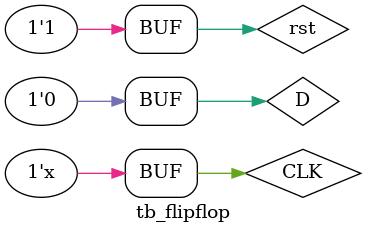
<source format=sv>
`timescale 1ns / 1ps


module tb_flipflop;

    logic Q;
    logic nQ;
    logic D;
    logic rst;
    logic CLK;
    
    flipflop dut (
    
    .Q (Q),
    .nQ (nQ),
    .D (D),
    .rst (rst),
    .CLK (CLK)
  
    );
    
    logic CLK;


    initial begin
        CLK=0;
        end
        always begin
        #5
        CLK=~CLK;
    end 
    
    initial begin
        rst=0;
        D=1;
        #10
        rst=1;
        D=1;
        #10
        rst=0;
        D=0;
        #10
        rst=1;
        D=0;
    end   
        

    
endmodule

</source>
